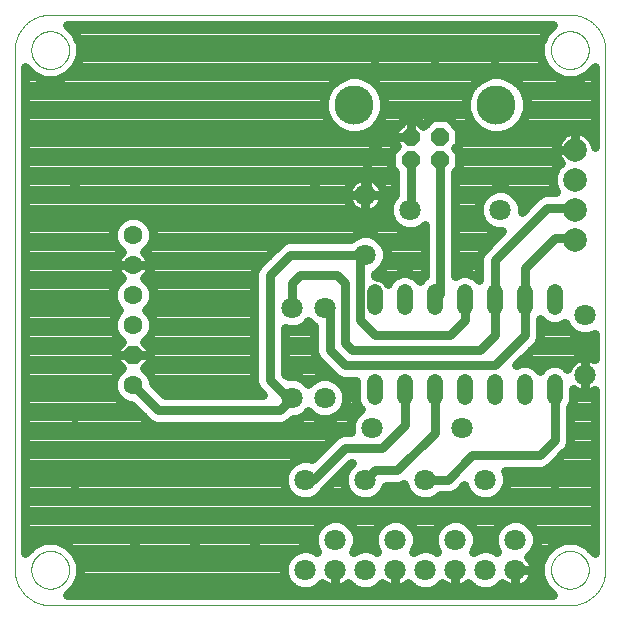
<source format=gbl>
G75*
%MOIN*%
%OFA0B0*%
%FSLAX25Y25*%
%IPPOS*%
%LPD*%
%AMOC8*
5,1,8,0,0,1.08239X$1,22.5*
%
%ADD10C,0.00000*%
%ADD11C,0.07087*%
%ADD12C,0.05200*%
%ADD13OC8,0.05740*%
%ADD14C,0.13055*%
%ADD15C,0.07874*%
%ADD16C,0.06299*%
%ADD17OC8,0.06299*%
%ADD18C,0.03150*%
%ADD19C,0.03150*%
D10*
X0005724Y0017535D02*
X0005724Y0190764D01*
X0011236Y0190764D02*
X0011238Y0190922D01*
X0011244Y0191080D01*
X0011254Y0191238D01*
X0011268Y0191396D01*
X0011286Y0191553D01*
X0011307Y0191710D01*
X0011333Y0191866D01*
X0011363Y0192022D01*
X0011396Y0192177D01*
X0011434Y0192330D01*
X0011475Y0192483D01*
X0011520Y0192635D01*
X0011569Y0192786D01*
X0011622Y0192935D01*
X0011678Y0193083D01*
X0011738Y0193229D01*
X0011802Y0193374D01*
X0011870Y0193517D01*
X0011941Y0193659D01*
X0012015Y0193799D01*
X0012093Y0193936D01*
X0012175Y0194072D01*
X0012259Y0194206D01*
X0012348Y0194337D01*
X0012439Y0194466D01*
X0012534Y0194593D01*
X0012631Y0194718D01*
X0012732Y0194840D01*
X0012836Y0194959D01*
X0012943Y0195076D01*
X0013053Y0195190D01*
X0013166Y0195301D01*
X0013281Y0195410D01*
X0013399Y0195515D01*
X0013520Y0195617D01*
X0013643Y0195717D01*
X0013769Y0195813D01*
X0013897Y0195906D01*
X0014027Y0195996D01*
X0014160Y0196082D01*
X0014295Y0196166D01*
X0014431Y0196245D01*
X0014570Y0196322D01*
X0014711Y0196394D01*
X0014853Y0196464D01*
X0014997Y0196529D01*
X0015143Y0196591D01*
X0015290Y0196649D01*
X0015439Y0196704D01*
X0015589Y0196755D01*
X0015740Y0196802D01*
X0015892Y0196845D01*
X0016045Y0196884D01*
X0016200Y0196920D01*
X0016355Y0196951D01*
X0016511Y0196979D01*
X0016667Y0197003D01*
X0016824Y0197023D01*
X0016982Y0197039D01*
X0017139Y0197051D01*
X0017298Y0197059D01*
X0017456Y0197063D01*
X0017614Y0197063D01*
X0017772Y0197059D01*
X0017931Y0197051D01*
X0018088Y0197039D01*
X0018246Y0197023D01*
X0018403Y0197003D01*
X0018559Y0196979D01*
X0018715Y0196951D01*
X0018870Y0196920D01*
X0019025Y0196884D01*
X0019178Y0196845D01*
X0019330Y0196802D01*
X0019481Y0196755D01*
X0019631Y0196704D01*
X0019780Y0196649D01*
X0019927Y0196591D01*
X0020073Y0196529D01*
X0020217Y0196464D01*
X0020359Y0196394D01*
X0020500Y0196322D01*
X0020639Y0196245D01*
X0020775Y0196166D01*
X0020910Y0196082D01*
X0021043Y0195996D01*
X0021173Y0195906D01*
X0021301Y0195813D01*
X0021427Y0195717D01*
X0021550Y0195617D01*
X0021671Y0195515D01*
X0021789Y0195410D01*
X0021904Y0195301D01*
X0022017Y0195190D01*
X0022127Y0195076D01*
X0022234Y0194959D01*
X0022338Y0194840D01*
X0022439Y0194718D01*
X0022536Y0194593D01*
X0022631Y0194466D01*
X0022722Y0194337D01*
X0022811Y0194206D01*
X0022895Y0194072D01*
X0022977Y0193936D01*
X0023055Y0193799D01*
X0023129Y0193659D01*
X0023200Y0193517D01*
X0023268Y0193374D01*
X0023332Y0193229D01*
X0023392Y0193083D01*
X0023448Y0192935D01*
X0023501Y0192786D01*
X0023550Y0192635D01*
X0023595Y0192483D01*
X0023636Y0192330D01*
X0023674Y0192177D01*
X0023707Y0192022D01*
X0023737Y0191866D01*
X0023763Y0191710D01*
X0023784Y0191553D01*
X0023802Y0191396D01*
X0023816Y0191238D01*
X0023826Y0191080D01*
X0023832Y0190922D01*
X0023834Y0190764D01*
X0023832Y0190606D01*
X0023826Y0190448D01*
X0023816Y0190290D01*
X0023802Y0190132D01*
X0023784Y0189975D01*
X0023763Y0189818D01*
X0023737Y0189662D01*
X0023707Y0189506D01*
X0023674Y0189351D01*
X0023636Y0189198D01*
X0023595Y0189045D01*
X0023550Y0188893D01*
X0023501Y0188742D01*
X0023448Y0188593D01*
X0023392Y0188445D01*
X0023332Y0188299D01*
X0023268Y0188154D01*
X0023200Y0188011D01*
X0023129Y0187869D01*
X0023055Y0187729D01*
X0022977Y0187592D01*
X0022895Y0187456D01*
X0022811Y0187322D01*
X0022722Y0187191D01*
X0022631Y0187062D01*
X0022536Y0186935D01*
X0022439Y0186810D01*
X0022338Y0186688D01*
X0022234Y0186569D01*
X0022127Y0186452D01*
X0022017Y0186338D01*
X0021904Y0186227D01*
X0021789Y0186118D01*
X0021671Y0186013D01*
X0021550Y0185911D01*
X0021427Y0185811D01*
X0021301Y0185715D01*
X0021173Y0185622D01*
X0021043Y0185532D01*
X0020910Y0185446D01*
X0020775Y0185362D01*
X0020639Y0185283D01*
X0020500Y0185206D01*
X0020359Y0185134D01*
X0020217Y0185064D01*
X0020073Y0184999D01*
X0019927Y0184937D01*
X0019780Y0184879D01*
X0019631Y0184824D01*
X0019481Y0184773D01*
X0019330Y0184726D01*
X0019178Y0184683D01*
X0019025Y0184644D01*
X0018870Y0184608D01*
X0018715Y0184577D01*
X0018559Y0184549D01*
X0018403Y0184525D01*
X0018246Y0184505D01*
X0018088Y0184489D01*
X0017931Y0184477D01*
X0017772Y0184469D01*
X0017614Y0184465D01*
X0017456Y0184465D01*
X0017298Y0184469D01*
X0017139Y0184477D01*
X0016982Y0184489D01*
X0016824Y0184505D01*
X0016667Y0184525D01*
X0016511Y0184549D01*
X0016355Y0184577D01*
X0016200Y0184608D01*
X0016045Y0184644D01*
X0015892Y0184683D01*
X0015740Y0184726D01*
X0015589Y0184773D01*
X0015439Y0184824D01*
X0015290Y0184879D01*
X0015143Y0184937D01*
X0014997Y0184999D01*
X0014853Y0185064D01*
X0014711Y0185134D01*
X0014570Y0185206D01*
X0014431Y0185283D01*
X0014295Y0185362D01*
X0014160Y0185446D01*
X0014027Y0185532D01*
X0013897Y0185622D01*
X0013769Y0185715D01*
X0013643Y0185811D01*
X0013520Y0185911D01*
X0013399Y0186013D01*
X0013281Y0186118D01*
X0013166Y0186227D01*
X0013053Y0186338D01*
X0012943Y0186452D01*
X0012836Y0186569D01*
X0012732Y0186688D01*
X0012631Y0186810D01*
X0012534Y0186935D01*
X0012439Y0187062D01*
X0012348Y0187191D01*
X0012259Y0187322D01*
X0012175Y0187456D01*
X0012093Y0187592D01*
X0012015Y0187729D01*
X0011941Y0187869D01*
X0011870Y0188011D01*
X0011802Y0188154D01*
X0011738Y0188299D01*
X0011678Y0188445D01*
X0011622Y0188593D01*
X0011569Y0188742D01*
X0011520Y0188893D01*
X0011475Y0189045D01*
X0011434Y0189198D01*
X0011396Y0189351D01*
X0011363Y0189506D01*
X0011333Y0189662D01*
X0011307Y0189818D01*
X0011286Y0189975D01*
X0011268Y0190132D01*
X0011254Y0190290D01*
X0011244Y0190448D01*
X0011238Y0190606D01*
X0011236Y0190764D01*
X0005724Y0190764D02*
X0005727Y0191049D01*
X0005738Y0191335D01*
X0005755Y0191620D01*
X0005779Y0191904D01*
X0005810Y0192188D01*
X0005848Y0192471D01*
X0005893Y0192752D01*
X0005944Y0193033D01*
X0006002Y0193313D01*
X0006067Y0193591D01*
X0006139Y0193867D01*
X0006217Y0194141D01*
X0006302Y0194414D01*
X0006394Y0194684D01*
X0006492Y0194952D01*
X0006596Y0195218D01*
X0006707Y0195481D01*
X0006824Y0195741D01*
X0006947Y0195999D01*
X0007077Y0196253D01*
X0007213Y0196504D01*
X0007354Y0196752D01*
X0007502Y0196996D01*
X0007655Y0197237D01*
X0007815Y0197473D01*
X0007980Y0197706D01*
X0008150Y0197935D01*
X0008326Y0198160D01*
X0008508Y0198380D01*
X0008694Y0198596D01*
X0008886Y0198807D01*
X0009083Y0199014D01*
X0009285Y0199216D01*
X0009492Y0199413D01*
X0009703Y0199605D01*
X0009919Y0199791D01*
X0010139Y0199973D01*
X0010364Y0200149D01*
X0010593Y0200319D01*
X0010826Y0200484D01*
X0011062Y0200644D01*
X0011303Y0200797D01*
X0011547Y0200945D01*
X0011795Y0201086D01*
X0012046Y0201222D01*
X0012300Y0201352D01*
X0012558Y0201475D01*
X0012818Y0201592D01*
X0013081Y0201703D01*
X0013347Y0201807D01*
X0013615Y0201905D01*
X0013885Y0201997D01*
X0014158Y0202082D01*
X0014432Y0202160D01*
X0014708Y0202232D01*
X0014986Y0202297D01*
X0015266Y0202355D01*
X0015547Y0202406D01*
X0015828Y0202451D01*
X0016111Y0202489D01*
X0016395Y0202520D01*
X0016679Y0202544D01*
X0016964Y0202561D01*
X0017250Y0202572D01*
X0017535Y0202575D01*
X0190764Y0202575D01*
X0184465Y0190764D02*
X0184467Y0190922D01*
X0184473Y0191080D01*
X0184483Y0191238D01*
X0184497Y0191396D01*
X0184515Y0191553D01*
X0184536Y0191710D01*
X0184562Y0191866D01*
X0184592Y0192022D01*
X0184625Y0192177D01*
X0184663Y0192330D01*
X0184704Y0192483D01*
X0184749Y0192635D01*
X0184798Y0192786D01*
X0184851Y0192935D01*
X0184907Y0193083D01*
X0184967Y0193229D01*
X0185031Y0193374D01*
X0185099Y0193517D01*
X0185170Y0193659D01*
X0185244Y0193799D01*
X0185322Y0193936D01*
X0185404Y0194072D01*
X0185488Y0194206D01*
X0185577Y0194337D01*
X0185668Y0194466D01*
X0185763Y0194593D01*
X0185860Y0194718D01*
X0185961Y0194840D01*
X0186065Y0194959D01*
X0186172Y0195076D01*
X0186282Y0195190D01*
X0186395Y0195301D01*
X0186510Y0195410D01*
X0186628Y0195515D01*
X0186749Y0195617D01*
X0186872Y0195717D01*
X0186998Y0195813D01*
X0187126Y0195906D01*
X0187256Y0195996D01*
X0187389Y0196082D01*
X0187524Y0196166D01*
X0187660Y0196245D01*
X0187799Y0196322D01*
X0187940Y0196394D01*
X0188082Y0196464D01*
X0188226Y0196529D01*
X0188372Y0196591D01*
X0188519Y0196649D01*
X0188668Y0196704D01*
X0188818Y0196755D01*
X0188969Y0196802D01*
X0189121Y0196845D01*
X0189274Y0196884D01*
X0189429Y0196920D01*
X0189584Y0196951D01*
X0189740Y0196979D01*
X0189896Y0197003D01*
X0190053Y0197023D01*
X0190211Y0197039D01*
X0190368Y0197051D01*
X0190527Y0197059D01*
X0190685Y0197063D01*
X0190843Y0197063D01*
X0191001Y0197059D01*
X0191160Y0197051D01*
X0191317Y0197039D01*
X0191475Y0197023D01*
X0191632Y0197003D01*
X0191788Y0196979D01*
X0191944Y0196951D01*
X0192099Y0196920D01*
X0192254Y0196884D01*
X0192407Y0196845D01*
X0192559Y0196802D01*
X0192710Y0196755D01*
X0192860Y0196704D01*
X0193009Y0196649D01*
X0193156Y0196591D01*
X0193302Y0196529D01*
X0193446Y0196464D01*
X0193588Y0196394D01*
X0193729Y0196322D01*
X0193868Y0196245D01*
X0194004Y0196166D01*
X0194139Y0196082D01*
X0194272Y0195996D01*
X0194402Y0195906D01*
X0194530Y0195813D01*
X0194656Y0195717D01*
X0194779Y0195617D01*
X0194900Y0195515D01*
X0195018Y0195410D01*
X0195133Y0195301D01*
X0195246Y0195190D01*
X0195356Y0195076D01*
X0195463Y0194959D01*
X0195567Y0194840D01*
X0195668Y0194718D01*
X0195765Y0194593D01*
X0195860Y0194466D01*
X0195951Y0194337D01*
X0196040Y0194206D01*
X0196124Y0194072D01*
X0196206Y0193936D01*
X0196284Y0193799D01*
X0196358Y0193659D01*
X0196429Y0193517D01*
X0196497Y0193374D01*
X0196561Y0193229D01*
X0196621Y0193083D01*
X0196677Y0192935D01*
X0196730Y0192786D01*
X0196779Y0192635D01*
X0196824Y0192483D01*
X0196865Y0192330D01*
X0196903Y0192177D01*
X0196936Y0192022D01*
X0196966Y0191866D01*
X0196992Y0191710D01*
X0197013Y0191553D01*
X0197031Y0191396D01*
X0197045Y0191238D01*
X0197055Y0191080D01*
X0197061Y0190922D01*
X0197063Y0190764D01*
X0197061Y0190606D01*
X0197055Y0190448D01*
X0197045Y0190290D01*
X0197031Y0190132D01*
X0197013Y0189975D01*
X0196992Y0189818D01*
X0196966Y0189662D01*
X0196936Y0189506D01*
X0196903Y0189351D01*
X0196865Y0189198D01*
X0196824Y0189045D01*
X0196779Y0188893D01*
X0196730Y0188742D01*
X0196677Y0188593D01*
X0196621Y0188445D01*
X0196561Y0188299D01*
X0196497Y0188154D01*
X0196429Y0188011D01*
X0196358Y0187869D01*
X0196284Y0187729D01*
X0196206Y0187592D01*
X0196124Y0187456D01*
X0196040Y0187322D01*
X0195951Y0187191D01*
X0195860Y0187062D01*
X0195765Y0186935D01*
X0195668Y0186810D01*
X0195567Y0186688D01*
X0195463Y0186569D01*
X0195356Y0186452D01*
X0195246Y0186338D01*
X0195133Y0186227D01*
X0195018Y0186118D01*
X0194900Y0186013D01*
X0194779Y0185911D01*
X0194656Y0185811D01*
X0194530Y0185715D01*
X0194402Y0185622D01*
X0194272Y0185532D01*
X0194139Y0185446D01*
X0194004Y0185362D01*
X0193868Y0185283D01*
X0193729Y0185206D01*
X0193588Y0185134D01*
X0193446Y0185064D01*
X0193302Y0184999D01*
X0193156Y0184937D01*
X0193009Y0184879D01*
X0192860Y0184824D01*
X0192710Y0184773D01*
X0192559Y0184726D01*
X0192407Y0184683D01*
X0192254Y0184644D01*
X0192099Y0184608D01*
X0191944Y0184577D01*
X0191788Y0184549D01*
X0191632Y0184525D01*
X0191475Y0184505D01*
X0191317Y0184489D01*
X0191160Y0184477D01*
X0191001Y0184469D01*
X0190843Y0184465D01*
X0190685Y0184465D01*
X0190527Y0184469D01*
X0190368Y0184477D01*
X0190211Y0184489D01*
X0190053Y0184505D01*
X0189896Y0184525D01*
X0189740Y0184549D01*
X0189584Y0184577D01*
X0189429Y0184608D01*
X0189274Y0184644D01*
X0189121Y0184683D01*
X0188969Y0184726D01*
X0188818Y0184773D01*
X0188668Y0184824D01*
X0188519Y0184879D01*
X0188372Y0184937D01*
X0188226Y0184999D01*
X0188082Y0185064D01*
X0187940Y0185134D01*
X0187799Y0185206D01*
X0187660Y0185283D01*
X0187524Y0185362D01*
X0187389Y0185446D01*
X0187256Y0185532D01*
X0187126Y0185622D01*
X0186998Y0185715D01*
X0186872Y0185811D01*
X0186749Y0185911D01*
X0186628Y0186013D01*
X0186510Y0186118D01*
X0186395Y0186227D01*
X0186282Y0186338D01*
X0186172Y0186452D01*
X0186065Y0186569D01*
X0185961Y0186688D01*
X0185860Y0186810D01*
X0185763Y0186935D01*
X0185668Y0187062D01*
X0185577Y0187191D01*
X0185488Y0187322D01*
X0185404Y0187456D01*
X0185322Y0187592D01*
X0185244Y0187729D01*
X0185170Y0187869D01*
X0185099Y0188011D01*
X0185031Y0188154D01*
X0184967Y0188299D01*
X0184907Y0188445D01*
X0184851Y0188593D01*
X0184798Y0188742D01*
X0184749Y0188893D01*
X0184704Y0189045D01*
X0184663Y0189198D01*
X0184625Y0189351D01*
X0184592Y0189506D01*
X0184562Y0189662D01*
X0184536Y0189818D01*
X0184515Y0189975D01*
X0184497Y0190132D01*
X0184483Y0190290D01*
X0184473Y0190448D01*
X0184467Y0190606D01*
X0184465Y0190764D01*
X0190764Y0202575D02*
X0191049Y0202572D01*
X0191335Y0202561D01*
X0191620Y0202544D01*
X0191904Y0202520D01*
X0192188Y0202489D01*
X0192471Y0202451D01*
X0192752Y0202406D01*
X0193033Y0202355D01*
X0193313Y0202297D01*
X0193591Y0202232D01*
X0193867Y0202160D01*
X0194141Y0202082D01*
X0194414Y0201997D01*
X0194684Y0201905D01*
X0194952Y0201807D01*
X0195218Y0201703D01*
X0195481Y0201592D01*
X0195741Y0201475D01*
X0195999Y0201352D01*
X0196253Y0201222D01*
X0196504Y0201086D01*
X0196752Y0200945D01*
X0196996Y0200797D01*
X0197237Y0200644D01*
X0197473Y0200484D01*
X0197706Y0200319D01*
X0197935Y0200149D01*
X0198160Y0199973D01*
X0198380Y0199791D01*
X0198596Y0199605D01*
X0198807Y0199413D01*
X0199014Y0199216D01*
X0199216Y0199014D01*
X0199413Y0198807D01*
X0199605Y0198596D01*
X0199791Y0198380D01*
X0199973Y0198160D01*
X0200149Y0197935D01*
X0200319Y0197706D01*
X0200484Y0197473D01*
X0200644Y0197237D01*
X0200797Y0196996D01*
X0200945Y0196752D01*
X0201086Y0196504D01*
X0201222Y0196253D01*
X0201352Y0195999D01*
X0201475Y0195741D01*
X0201592Y0195481D01*
X0201703Y0195218D01*
X0201807Y0194952D01*
X0201905Y0194684D01*
X0201997Y0194414D01*
X0202082Y0194141D01*
X0202160Y0193867D01*
X0202232Y0193591D01*
X0202297Y0193313D01*
X0202355Y0193033D01*
X0202406Y0192752D01*
X0202451Y0192471D01*
X0202489Y0192188D01*
X0202520Y0191904D01*
X0202544Y0191620D01*
X0202561Y0191335D01*
X0202572Y0191049D01*
X0202575Y0190764D01*
X0202575Y0017535D01*
X0184465Y0017535D02*
X0184467Y0017693D01*
X0184473Y0017851D01*
X0184483Y0018009D01*
X0184497Y0018167D01*
X0184515Y0018324D01*
X0184536Y0018481D01*
X0184562Y0018637D01*
X0184592Y0018793D01*
X0184625Y0018948D01*
X0184663Y0019101D01*
X0184704Y0019254D01*
X0184749Y0019406D01*
X0184798Y0019557D01*
X0184851Y0019706D01*
X0184907Y0019854D01*
X0184967Y0020000D01*
X0185031Y0020145D01*
X0185099Y0020288D01*
X0185170Y0020430D01*
X0185244Y0020570D01*
X0185322Y0020707D01*
X0185404Y0020843D01*
X0185488Y0020977D01*
X0185577Y0021108D01*
X0185668Y0021237D01*
X0185763Y0021364D01*
X0185860Y0021489D01*
X0185961Y0021611D01*
X0186065Y0021730D01*
X0186172Y0021847D01*
X0186282Y0021961D01*
X0186395Y0022072D01*
X0186510Y0022181D01*
X0186628Y0022286D01*
X0186749Y0022388D01*
X0186872Y0022488D01*
X0186998Y0022584D01*
X0187126Y0022677D01*
X0187256Y0022767D01*
X0187389Y0022853D01*
X0187524Y0022937D01*
X0187660Y0023016D01*
X0187799Y0023093D01*
X0187940Y0023165D01*
X0188082Y0023235D01*
X0188226Y0023300D01*
X0188372Y0023362D01*
X0188519Y0023420D01*
X0188668Y0023475D01*
X0188818Y0023526D01*
X0188969Y0023573D01*
X0189121Y0023616D01*
X0189274Y0023655D01*
X0189429Y0023691D01*
X0189584Y0023722D01*
X0189740Y0023750D01*
X0189896Y0023774D01*
X0190053Y0023794D01*
X0190211Y0023810D01*
X0190368Y0023822D01*
X0190527Y0023830D01*
X0190685Y0023834D01*
X0190843Y0023834D01*
X0191001Y0023830D01*
X0191160Y0023822D01*
X0191317Y0023810D01*
X0191475Y0023794D01*
X0191632Y0023774D01*
X0191788Y0023750D01*
X0191944Y0023722D01*
X0192099Y0023691D01*
X0192254Y0023655D01*
X0192407Y0023616D01*
X0192559Y0023573D01*
X0192710Y0023526D01*
X0192860Y0023475D01*
X0193009Y0023420D01*
X0193156Y0023362D01*
X0193302Y0023300D01*
X0193446Y0023235D01*
X0193588Y0023165D01*
X0193729Y0023093D01*
X0193868Y0023016D01*
X0194004Y0022937D01*
X0194139Y0022853D01*
X0194272Y0022767D01*
X0194402Y0022677D01*
X0194530Y0022584D01*
X0194656Y0022488D01*
X0194779Y0022388D01*
X0194900Y0022286D01*
X0195018Y0022181D01*
X0195133Y0022072D01*
X0195246Y0021961D01*
X0195356Y0021847D01*
X0195463Y0021730D01*
X0195567Y0021611D01*
X0195668Y0021489D01*
X0195765Y0021364D01*
X0195860Y0021237D01*
X0195951Y0021108D01*
X0196040Y0020977D01*
X0196124Y0020843D01*
X0196206Y0020707D01*
X0196284Y0020570D01*
X0196358Y0020430D01*
X0196429Y0020288D01*
X0196497Y0020145D01*
X0196561Y0020000D01*
X0196621Y0019854D01*
X0196677Y0019706D01*
X0196730Y0019557D01*
X0196779Y0019406D01*
X0196824Y0019254D01*
X0196865Y0019101D01*
X0196903Y0018948D01*
X0196936Y0018793D01*
X0196966Y0018637D01*
X0196992Y0018481D01*
X0197013Y0018324D01*
X0197031Y0018167D01*
X0197045Y0018009D01*
X0197055Y0017851D01*
X0197061Y0017693D01*
X0197063Y0017535D01*
X0197061Y0017377D01*
X0197055Y0017219D01*
X0197045Y0017061D01*
X0197031Y0016903D01*
X0197013Y0016746D01*
X0196992Y0016589D01*
X0196966Y0016433D01*
X0196936Y0016277D01*
X0196903Y0016122D01*
X0196865Y0015969D01*
X0196824Y0015816D01*
X0196779Y0015664D01*
X0196730Y0015513D01*
X0196677Y0015364D01*
X0196621Y0015216D01*
X0196561Y0015070D01*
X0196497Y0014925D01*
X0196429Y0014782D01*
X0196358Y0014640D01*
X0196284Y0014500D01*
X0196206Y0014363D01*
X0196124Y0014227D01*
X0196040Y0014093D01*
X0195951Y0013962D01*
X0195860Y0013833D01*
X0195765Y0013706D01*
X0195668Y0013581D01*
X0195567Y0013459D01*
X0195463Y0013340D01*
X0195356Y0013223D01*
X0195246Y0013109D01*
X0195133Y0012998D01*
X0195018Y0012889D01*
X0194900Y0012784D01*
X0194779Y0012682D01*
X0194656Y0012582D01*
X0194530Y0012486D01*
X0194402Y0012393D01*
X0194272Y0012303D01*
X0194139Y0012217D01*
X0194004Y0012133D01*
X0193868Y0012054D01*
X0193729Y0011977D01*
X0193588Y0011905D01*
X0193446Y0011835D01*
X0193302Y0011770D01*
X0193156Y0011708D01*
X0193009Y0011650D01*
X0192860Y0011595D01*
X0192710Y0011544D01*
X0192559Y0011497D01*
X0192407Y0011454D01*
X0192254Y0011415D01*
X0192099Y0011379D01*
X0191944Y0011348D01*
X0191788Y0011320D01*
X0191632Y0011296D01*
X0191475Y0011276D01*
X0191317Y0011260D01*
X0191160Y0011248D01*
X0191001Y0011240D01*
X0190843Y0011236D01*
X0190685Y0011236D01*
X0190527Y0011240D01*
X0190368Y0011248D01*
X0190211Y0011260D01*
X0190053Y0011276D01*
X0189896Y0011296D01*
X0189740Y0011320D01*
X0189584Y0011348D01*
X0189429Y0011379D01*
X0189274Y0011415D01*
X0189121Y0011454D01*
X0188969Y0011497D01*
X0188818Y0011544D01*
X0188668Y0011595D01*
X0188519Y0011650D01*
X0188372Y0011708D01*
X0188226Y0011770D01*
X0188082Y0011835D01*
X0187940Y0011905D01*
X0187799Y0011977D01*
X0187660Y0012054D01*
X0187524Y0012133D01*
X0187389Y0012217D01*
X0187256Y0012303D01*
X0187126Y0012393D01*
X0186998Y0012486D01*
X0186872Y0012582D01*
X0186749Y0012682D01*
X0186628Y0012784D01*
X0186510Y0012889D01*
X0186395Y0012998D01*
X0186282Y0013109D01*
X0186172Y0013223D01*
X0186065Y0013340D01*
X0185961Y0013459D01*
X0185860Y0013581D01*
X0185763Y0013706D01*
X0185668Y0013833D01*
X0185577Y0013962D01*
X0185488Y0014093D01*
X0185404Y0014227D01*
X0185322Y0014363D01*
X0185244Y0014500D01*
X0185170Y0014640D01*
X0185099Y0014782D01*
X0185031Y0014925D01*
X0184967Y0015070D01*
X0184907Y0015216D01*
X0184851Y0015364D01*
X0184798Y0015513D01*
X0184749Y0015664D01*
X0184704Y0015816D01*
X0184663Y0015969D01*
X0184625Y0016122D01*
X0184592Y0016277D01*
X0184562Y0016433D01*
X0184536Y0016589D01*
X0184515Y0016746D01*
X0184497Y0016903D01*
X0184483Y0017061D01*
X0184473Y0017219D01*
X0184467Y0017377D01*
X0184465Y0017535D01*
X0190764Y0005724D02*
X0191049Y0005727D01*
X0191335Y0005738D01*
X0191620Y0005755D01*
X0191904Y0005779D01*
X0192188Y0005810D01*
X0192471Y0005848D01*
X0192752Y0005893D01*
X0193033Y0005944D01*
X0193313Y0006002D01*
X0193591Y0006067D01*
X0193867Y0006139D01*
X0194141Y0006217D01*
X0194414Y0006302D01*
X0194684Y0006394D01*
X0194952Y0006492D01*
X0195218Y0006596D01*
X0195481Y0006707D01*
X0195741Y0006824D01*
X0195999Y0006947D01*
X0196253Y0007077D01*
X0196504Y0007213D01*
X0196752Y0007354D01*
X0196996Y0007502D01*
X0197237Y0007655D01*
X0197473Y0007815D01*
X0197706Y0007980D01*
X0197935Y0008150D01*
X0198160Y0008326D01*
X0198380Y0008508D01*
X0198596Y0008694D01*
X0198807Y0008886D01*
X0199014Y0009083D01*
X0199216Y0009285D01*
X0199413Y0009492D01*
X0199605Y0009703D01*
X0199791Y0009919D01*
X0199973Y0010139D01*
X0200149Y0010364D01*
X0200319Y0010593D01*
X0200484Y0010826D01*
X0200644Y0011062D01*
X0200797Y0011303D01*
X0200945Y0011547D01*
X0201086Y0011795D01*
X0201222Y0012046D01*
X0201352Y0012300D01*
X0201475Y0012558D01*
X0201592Y0012818D01*
X0201703Y0013081D01*
X0201807Y0013347D01*
X0201905Y0013615D01*
X0201997Y0013885D01*
X0202082Y0014158D01*
X0202160Y0014432D01*
X0202232Y0014708D01*
X0202297Y0014986D01*
X0202355Y0015266D01*
X0202406Y0015547D01*
X0202451Y0015828D01*
X0202489Y0016111D01*
X0202520Y0016395D01*
X0202544Y0016679D01*
X0202561Y0016964D01*
X0202572Y0017250D01*
X0202575Y0017535D01*
X0190764Y0005724D02*
X0017535Y0005724D01*
X0011236Y0017535D02*
X0011238Y0017693D01*
X0011244Y0017851D01*
X0011254Y0018009D01*
X0011268Y0018167D01*
X0011286Y0018324D01*
X0011307Y0018481D01*
X0011333Y0018637D01*
X0011363Y0018793D01*
X0011396Y0018948D01*
X0011434Y0019101D01*
X0011475Y0019254D01*
X0011520Y0019406D01*
X0011569Y0019557D01*
X0011622Y0019706D01*
X0011678Y0019854D01*
X0011738Y0020000D01*
X0011802Y0020145D01*
X0011870Y0020288D01*
X0011941Y0020430D01*
X0012015Y0020570D01*
X0012093Y0020707D01*
X0012175Y0020843D01*
X0012259Y0020977D01*
X0012348Y0021108D01*
X0012439Y0021237D01*
X0012534Y0021364D01*
X0012631Y0021489D01*
X0012732Y0021611D01*
X0012836Y0021730D01*
X0012943Y0021847D01*
X0013053Y0021961D01*
X0013166Y0022072D01*
X0013281Y0022181D01*
X0013399Y0022286D01*
X0013520Y0022388D01*
X0013643Y0022488D01*
X0013769Y0022584D01*
X0013897Y0022677D01*
X0014027Y0022767D01*
X0014160Y0022853D01*
X0014295Y0022937D01*
X0014431Y0023016D01*
X0014570Y0023093D01*
X0014711Y0023165D01*
X0014853Y0023235D01*
X0014997Y0023300D01*
X0015143Y0023362D01*
X0015290Y0023420D01*
X0015439Y0023475D01*
X0015589Y0023526D01*
X0015740Y0023573D01*
X0015892Y0023616D01*
X0016045Y0023655D01*
X0016200Y0023691D01*
X0016355Y0023722D01*
X0016511Y0023750D01*
X0016667Y0023774D01*
X0016824Y0023794D01*
X0016982Y0023810D01*
X0017139Y0023822D01*
X0017298Y0023830D01*
X0017456Y0023834D01*
X0017614Y0023834D01*
X0017772Y0023830D01*
X0017931Y0023822D01*
X0018088Y0023810D01*
X0018246Y0023794D01*
X0018403Y0023774D01*
X0018559Y0023750D01*
X0018715Y0023722D01*
X0018870Y0023691D01*
X0019025Y0023655D01*
X0019178Y0023616D01*
X0019330Y0023573D01*
X0019481Y0023526D01*
X0019631Y0023475D01*
X0019780Y0023420D01*
X0019927Y0023362D01*
X0020073Y0023300D01*
X0020217Y0023235D01*
X0020359Y0023165D01*
X0020500Y0023093D01*
X0020639Y0023016D01*
X0020775Y0022937D01*
X0020910Y0022853D01*
X0021043Y0022767D01*
X0021173Y0022677D01*
X0021301Y0022584D01*
X0021427Y0022488D01*
X0021550Y0022388D01*
X0021671Y0022286D01*
X0021789Y0022181D01*
X0021904Y0022072D01*
X0022017Y0021961D01*
X0022127Y0021847D01*
X0022234Y0021730D01*
X0022338Y0021611D01*
X0022439Y0021489D01*
X0022536Y0021364D01*
X0022631Y0021237D01*
X0022722Y0021108D01*
X0022811Y0020977D01*
X0022895Y0020843D01*
X0022977Y0020707D01*
X0023055Y0020570D01*
X0023129Y0020430D01*
X0023200Y0020288D01*
X0023268Y0020145D01*
X0023332Y0020000D01*
X0023392Y0019854D01*
X0023448Y0019706D01*
X0023501Y0019557D01*
X0023550Y0019406D01*
X0023595Y0019254D01*
X0023636Y0019101D01*
X0023674Y0018948D01*
X0023707Y0018793D01*
X0023737Y0018637D01*
X0023763Y0018481D01*
X0023784Y0018324D01*
X0023802Y0018167D01*
X0023816Y0018009D01*
X0023826Y0017851D01*
X0023832Y0017693D01*
X0023834Y0017535D01*
X0023832Y0017377D01*
X0023826Y0017219D01*
X0023816Y0017061D01*
X0023802Y0016903D01*
X0023784Y0016746D01*
X0023763Y0016589D01*
X0023737Y0016433D01*
X0023707Y0016277D01*
X0023674Y0016122D01*
X0023636Y0015969D01*
X0023595Y0015816D01*
X0023550Y0015664D01*
X0023501Y0015513D01*
X0023448Y0015364D01*
X0023392Y0015216D01*
X0023332Y0015070D01*
X0023268Y0014925D01*
X0023200Y0014782D01*
X0023129Y0014640D01*
X0023055Y0014500D01*
X0022977Y0014363D01*
X0022895Y0014227D01*
X0022811Y0014093D01*
X0022722Y0013962D01*
X0022631Y0013833D01*
X0022536Y0013706D01*
X0022439Y0013581D01*
X0022338Y0013459D01*
X0022234Y0013340D01*
X0022127Y0013223D01*
X0022017Y0013109D01*
X0021904Y0012998D01*
X0021789Y0012889D01*
X0021671Y0012784D01*
X0021550Y0012682D01*
X0021427Y0012582D01*
X0021301Y0012486D01*
X0021173Y0012393D01*
X0021043Y0012303D01*
X0020910Y0012217D01*
X0020775Y0012133D01*
X0020639Y0012054D01*
X0020500Y0011977D01*
X0020359Y0011905D01*
X0020217Y0011835D01*
X0020073Y0011770D01*
X0019927Y0011708D01*
X0019780Y0011650D01*
X0019631Y0011595D01*
X0019481Y0011544D01*
X0019330Y0011497D01*
X0019178Y0011454D01*
X0019025Y0011415D01*
X0018870Y0011379D01*
X0018715Y0011348D01*
X0018559Y0011320D01*
X0018403Y0011296D01*
X0018246Y0011276D01*
X0018088Y0011260D01*
X0017931Y0011248D01*
X0017772Y0011240D01*
X0017614Y0011236D01*
X0017456Y0011236D01*
X0017298Y0011240D01*
X0017139Y0011248D01*
X0016982Y0011260D01*
X0016824Y0011276D01*
X0016667Y0011296D01*
X0016511Y0011320D01*
X0016355Y0011348D01*
X0016200Y0011379D01*
X0016045Y0011415D01*
X0015892Y0011454D01*
X0015740Y0011497D01*
X0015589Y0011544D01*
X0015439Y0011595D01*
X0015290Y0011650D01*
X0015143Y0011708D01*
X0014997Y0011770D01*
X0014853Y0011835D01*
X0014711Y0011905D01*
X0014570Y0011977D01*
X0014431Y0012054D01*
X0014295Y0012133D01*
X0014160Y0012217D01*
X0014027Y0012303D01*
X0013897Y0012393D01*
X0013769Y0012486D01*
X0013643Y0012582D01*
X0013520Y0012682D01*
X0013399Y0012784D01*
X0013281Y0012889D01*
X0013166Y0012998D01*
X0013053Y0013109D01*
X0012943Y0013223D01*
X0012836Y0013340D01*
X0012732Y0013459D01*
X0012631Y0013581D01*
X0012534Y0013706D01*
X0012439Y0013833D01*
X0012348Y0013962D01*
X0012259Y0014093D01*
X0012175Y0014227D01*
X0012093Y0014363D01*
X0012015Y0014500D01*
X0011941Y0014640D01*
X0011870Y0014782D01*
X0011802Y0014925D01*
X0011738Y0015070D01*
X0011678Y0015216D01*
X0011622Y0015364D01*
X0011569Y0015513D01*
X0011520Y0015664D01*
X0011475Y0015816D01*
X0011434Y0015969D01*
X0011396Y0016122D01*
X0011363Y0016277D01*
X0011333Y0016433D01*
X0011307Y0016589D01*
X0011286Y0016746D01*
X0011268Y0016903D01*
X0011254Y0017061D01*
X0011244Y0017219D01*
X0011238Y0017377D01*
X0011236Y0017535D01*
X0005724Y0017535D02*
X0005727Y0017250D01*
X0005738Y0016964D01*
X0005755Y0016679D01*
X0005779Y0016395D01*
X0005810Y0016111D01*
X0005848Y0015828D01*
X0005893Y0015547D01*
X0005944Y0015266D01*
X0006002Y0014986D01*
X0006067Y0014708D01*
X0006139Y0014432D01*
X0006217Y0014158D01*
X0006302Y0013885D01*
X0006394Y0013615D01*
X0006492Y0013347D01*
X0006596Y0013081D01*
X0006707Y0012818D01*
X0006824Y0012558D01*
X0006947Y0012300D01*
X0007077Y0012046D01*
X0007213Y0011795D01*
X0007354Y0011547D01*
X0007502Y0011303D01*
X0007655Y0011062D01*
X0007815Y0010826D01*
X0007980Y0010593D01*
X0008150Y0010364D01*
X0008326Y0010139D01*
X0008508Y0009919D01*
X0008694Y0009703D01*
X0008886Y0009492D01*
X0009083Y0009285D01*
X0009285Y0009083D01*
X0009492Y0008886D01*
X0009703Y0008694D01*
X0009919Y0008508D01*
X0010139Y0008326D01*
X0010364Y0008150D01*
X0010593Y0007980D01*
X0010826Y0007815D01*
X0011062Y0007655D01*
X0011303Y0007502D01*
X0011547Y0007354D01*
X0011795Y0007213D01*
X0012046Y0007077D01*
X0012300Y0006947D01*
X0012558Y0006824D01*
X0012818Y0006707D01*
X0013081Y0006596D01*
X0013347Y0006492D01*
X0013615Y0006394D01*
X0013885Y0006302D01*
X0014158Y0006217D01*
X0014432Y0006139D01*
X0014708Y0006067D01*
X0014986Y0006002D01*
X0015266Y0005944D01*
X0015547Y0005893D01*
X0015828Y0005848D01*
X0016111Y0005810D01*
X0016395Y0005779D01*
X0016679Y0005755D01*
X0016964Y0005738D01*
X0017250Y0005727D01*
X0017535Y0005724D01*
D11*
X0098224Y0074937D03*
X0109012Y0074937D03*
X0124937Y0064937D03*
X0122575Y0047575D03*
X0142575Y0047575D03*
X0154937Y0064937D03*
X0162575Y0047575D03*
X0172575Y0027575D03*
X0172575Y0017575D03*
X0162575Y0017575D03*
X0152575Y0017575D03*
X0152575Y0027575D03*
X0142575Y0017575D03*
X0132575Y0017575D03*
X0132575Y0027575D03*
X0122575Y0017575D03*
X0112575Y0017575D03*
X0112575Y0027575D03*
X0102575Y0017575D03*
X0102575Y0047575D03*
X0098224Y0104937D03*
X0109012Y0104937D03*
X0122575Y0122575D03*
X0137575Y0137575D03*
X0122575Y0142575D03*
X0167575Y0137575D03*
X0195724Y0102575D03*
X0195724Y0082575D03*
D12*
X0185724Y0080175D02*
X0185724Y0074975D01*
X0175724Y0074975D02*
X0175724Y0080175D01*
X0165724Y0080175D02*
X0165724Y0074975D01*
X0155724Y0074975D02*
X0155724Y0080175D01*
X0145724Y0080175D02*
X0145724Y0074975D01*
X0135724Y0074975D02*
X0135724Y0080175D01*
X0125724Y0080175D02*
X0125724Y0074975D01*
X0125724Y0104975D02*
X0125724Y0110175D01*
X0135724Y0110175D02*
X0135724Y0104975D01*
X0145724Y0104975D02*
X0145724Y0110175D01*
X0155724Y0110175D02*
X0155724Y0104975D01*
X0165724Y0104975D02*
X0165724Y0110175D01*
X0175724Y0110175D02*
X0175724Y0104975D01*
X0185724Y0104975D02*
X0185724Y0110175D01*
D13*
X0147496Y0154031D03*
X0147496Y0161906D03*
X0137654Y0161906D03*
X0137654Y0154031D03*
D14*
X0118874Y0172575D03*
X0166276Y0172575D03*
D15*
X0192575Y0157575D03*
X0192575Y0147575D03*
X0192575Y0137575D03*
X0192575Y0127575D03*
D16*
X0045094Y0129150D03*
X0045094Y0119150D03*
X0045094Y0109150D03*
X0045094Y0099150D03*
X0045094Y0079150D03*
D17*
X0045094Y0089150D03*
D18*
X0045094Y0089150D01*
X0039370Y0089150D01*
X0039370Y0091521D01*
X0041319Y0093469D01*
X0041303Y0093476D01*
X0039421Y0095358D01*
X0038402Y0097818D01*
X0038402Y0100481D01*
X0039421Y0102941D01*
X0040629Y0104150D01*
X0039421Y0105358D01*
X0038402Y0107818D01*
X0038402Y0110481D01*
X0039421Y0112941D01*
X0041303Y0114824D01*
X0041319Y0114830D01*
X0040728Y0115420D01*
X0040199Y0116149D01*
X0039789Y0116952D01*
X0039511Y0117809D01*
X0039370Y0118699D01*
X0039370Y0119150D01*
X0045094Y0119150D01*
X0045094Y0119150D01*
X0039370Y0119150D01*
X0039370Y0119600D01*
X0039511Y0120490D01*
X0039789Y0121347D01*
X0040199Y0122150D01*
X0040728Y0122879D01*
X0041319Y0123469D01*
X0041303Y0123476D01*
X0039421Y0125358D01*
X0038402Y0127818D01*
X0038402Y0130481D01*
X0039421Y0132941D01*
X0041303Y0134824D01*
X0043763Y0135843D01*
X0046426Y0135843D01*
X0048886Y0134824D01*
X0050768Y0132941D01*
X0051787Y0130481D01*
X0051787Y0127818D01*
X0050768Y0125358D01*
X0048886Y0123476D01*
X0048870Y0123469D01*
X0049461Y0122879D01*
X0049990Y0122150D01*
X0050399Y0121347D01*
X0050678Y0120490D01*
X0050819Y0119600D01*
X0050819Y0119150D01*
X0045095Y0119150D01*
X0045095Y0119150D01*
X0050819Y0119150D01*
X0050819Y0118699D01*
X0050678Y0117809D01*
X0050399Y0116952D01*
X0049990Y0116149D01*
X0049461Y0115420D01*
X0048870Y0114830D01*
X0048886Y0114824D01*
X0050768Y0112941D01*
X0051787Y0110481D01*
X0051787Y0107818D01*
X0050768Y0105358D01*
X0049560Y0104150D01*
X0050768Y0102941D01*
X0051787Y0100481D01*
X0051787Y0097818D01*
X0050768Y0095358D01*
X0048886Y0093476D01*
X0048870Y0093469D01*
X0050819Y0091521D01*
X0050819Y0089150D01*
X0045095Y0089150D01*
X0045095Y0089150D01*
X0050819Y0089150D01*
X0050819Y0086778D01*
X0048870Y0084830D01*
X0048886Y0084824D01*
X0050768Y0082941D01*
X0051787Y0080481D01*
X0051787Y0079695D01*
X0055640Y0075843D01*
X0088368Y0075843D01*
X0086385Y0077825D01*
X0085606Y0079706D01*
X0085606Y0116742D01*
X0086385Y0118624D01*
X0087825Y0120063D01*
X0094676Y0126914D01*
X0096557Y0127693D01*
X0117671Y0127693D01*
X0118561Y0128583D01*
X0121165Y0129661D01*
X0123984Y0129661D01*
X0126589Y0128583D01*
X0128583Y0126589D01*
X0129661Y0123984D01*
X0129661Y0121165D01*
X0128583Y0118561D01*
X0126589Y0116567D01*
X0125843Y0116258D01*
X0125843Y0115350D01*
X0126132Y0115350D01*
X0126936Y0115222D01*
X0127711Y0114970D01*
X0128437Y0114601D01*
X0129096Y0114122D01*
X0129672Y0113546D01*
X0130150Y0112887D01*
X0130177Y0112835D01*
X0130516Y0113655D01*
X0132245Y0115383D01*
X0134502Y0116318D01*
X0136946Y0116318D01*
X0139204Y0115383D01*
X0140724Y0113863D01*
X0142245Y0115383D01*
X0142378Y0115438D01*
X0142378Y0132356D01*
X0141589Y0131567D01*
X0138984Y0130488D01*
X0136165Y0130488D01*
X0133561Y0131567D01*
X0131567Y0133561D01*
X0130488Y0136165D01*
X0130488Y0138984D01*
X0131567Y0141589D01*
X0132535Y0142557D01*
X0132535Y0150080D01*
X0131240Y0151375D01*
X0131240Y0156688D01*
X0133206Y0158653D01*
X0132209Y0159650D01*
X0132209Y0161905D01*
X0137653Y0161905D01*
X0137653Y0161906D01*
X0132209Y0161906D01*
X0132209Y0164161D01*
X0135398Y0167350D01*
X0137653Y0167350D01*
X0137653Y0161906D01*
X0137654Y0161906D01*
X0137654Y0167350D01*
X0139909Y0167350D01*
X0141890Y0165369D01*
X0144840Y0168319D01*
X0150153Y0168319D01*
X0153909Y0164562D01*
X0153909Y0159249D01*
X0152629Y0157968D01*
X0153909Y0156688D01*
X0153909Y0151375D01*
X0152614Y0150080D01*
X0152614Y0115536D01*
X0154502Y0116318D01*
X0156946Y0116318D01*
X0159204Y0115383D01*
X0160606Y0113981D01*
X0160606Y0121742D01*
X0161385Y0123624D01*
X0168250Y0130488D01*
X0166165Y0130488D01*
X0163561Y0131567D01*
X0161567Y0133561D01*
X0160488Y0136165D01*
X0160488Y0138984D01*
X0161567Y0141589D01*
X0163561Y0143583D01*
X0166165Y0144661D01*
X0168984Y0144661D01*
X0171589Y0143583D01*
X0173583Y0141589D01*
X0174661Y0138984D01*
X0174661Y0136899D01*
X0178885Y0141124D01*
X0180325Y0142563D01*
X0182206Y0143343D01*
X0186231Y0143343D01*
X0185094Y0146087D01*
X0185094Y0149063D01*
X0186233Y0151812D01*
X0187681Y0153260D01*
X0187668Y0153272D01*
X0187149Y0153949D01*
X0186722Y0154689D01*
X0186395Y0155477D01*
X0186174Y0156302D01*
X0186063Y0157148D01*
X0186063Y0157575D01*
X0192575Y0157575D01*
X0192575Y0157575D01*
X0192575Y0164087D01*
X0193002Y0164087D01*
X0193848Y0163975D01*
X0194672Y0163754D01*
X0195461Y0163428D01*
X0196200Y0163001D01*
X0196878Y0162481D01*
X0197481Y0161878D01*
X0198001Y0161200D01*
X0198428Y0160461D01*
X0198754Y0159672D01*
X0198975Y0158848D01*
X0199031Y0158420D01*
X0199031Y0185112D01*
X0196339Y0182420D01*
X0192722Y0180921D01*
X0188806Y0180921D01*
X0185188Y0182420D01*
X0182420Y0185188D01*
X0180921Y0188806D01*
X0180921Y0192722D01*
X0182420Y0196339D01*
X0185112Y0199031D01*
X0023187Y0199031D01*
X0025880Y0196339D01*
X0027378Y0192722D01*
X0027378Y0188806D01*
X0025880Y0185188D01*
X0023111Y0182420D01*
X0019493Y0180921D01*
X0015578Y0180921D01*
X0011960Y0182420D01*
X0009268Y0185112D01*
X0009268Y0023187D01*
X0011960Y0025880D01*
X0015578Y0027378D01*
X0019493Y0027378D01*
X0023111Y0025880D01*
X0025880Y0023111D01*
X0027378Y0019493D01*
X0027378Y0015578D01*
X0025880Y0011960D01*
X0023187Y0009268D01*
X0185112Y0009268D01*
X0182420Y0011960D01*
X0180921Y0015578D01*
X0180921Y0019493D01*
X0182420Y0023111D01*
X0185188Y0025880D01*
X0188806Y0027378D01*
X0192722Y0027378D01*
X0196339Y0025880D01*
X0199031Y0023187D01*
X0199031Y0077415D01*
X0198931Y0077342D01*
X0198073Y0076905D01*
X0197157Y0076607D01*
X0196206Y0076457D01*
X0195724Y0076457D01*
X0195724Y0082575D01*
X0195724Y0088693D01*
X0195243Y0088693D01*
X0194292Y0088542D01*
X0193376Y0088245D01*
X0192518Y0087807D01*
X0191739Y0087241D01*
X0191058Y0086560D01*
X0190492Y0085781D01*
X0190055Y0084923D01*
X0189959Y0084628D01*
X0189204Y0085383D01*
X0186946Y0086318D01*
X0184502Y0086318D01*
X0182245Y0085383D01*
X0180724Y0083863D01*
X0179204Y0085383D01*
X0176946Y0086318D01*
X0174502Y0086318D01*
X0172887Y0085649D01*
X0180063Y0092825D01*
X0180843Y0094706D01*
X0180843Y0096742D01*
X0180843Y0101169D01*
X0182245Y0099767D01*
X0184502Y0098831D01*
X0186946Y0098831D01*
X0189204Y0099767D01*
X0189213Y0099776D01*
X0189717Y0098561D01*
X0191710Y0096567D01*
X0194315Y0095488D01*
X0197134Y0095488D01*
X0199031Y0096274D01*
X0199031Y0087734D01*
X0198931Y0087807D01*
X0198073Y0088245D01*
X0197157Y0088542D01*
X0196206Y0088693D01*
X0195724Y0088693D01*
X0195724Y0082575D01*
X0195724Y0082575D01*
X0195724Y0082575D01*
X0195724Y0076457D01*
X0195243Y0076457D01*
X0194292Y0076607D01*
X0193376Y0076905D01*
X0192518Y0077342D01*
X0191868Y0077814D01*
X0191868Y0073753D01*
X0190932Y0071495D01*
X0190843Y0071405D01*
X0190843Y0059706D01*
X0190063Y0057825D01*
X0188624Y0056385D01*
X0188624Y0056385D01*
X0185063Y0052825D01*
X0185063Y0052825D01*
X0183624Y0051385D01*
X0181742Y0050606D01*
X0168990Y0050606D01*
X0169661Y0048984D01*
X0169661Y0046165D01*
X0168583Y0043561D01*
X0166589Y0041567D01*
X0163984Y0040488D01*
X0161165Y0040488D01*
X0158561Y0041567D01*
X0156567Y0043561D01*
X0155610Y0045872D01*
X0152974Y0043236D01*
X0151093Y0042457D01*
X0147479Y0042457D01*
X0146589Y0041567D01*
X0143984Y0040488D01*
X0141165Y0040488D01*
X0138561Y0041567D01*
X0136567Y0043561D01*
X0135503Y0046129D01*
X0134242Y0045606D01*
X0129430Y0045606D01*
X0128583Y0043561D01*
X0126589Y0041567D01*
X0123984Y0040488D01*
X0121165Y0040488D01*
X0118561Y0041567D01*
X0116567Y0043561D01*
X0115488Y0046165D01*
X0115488Y0048984D01*
X0116567Y0051589D01*
X0118084Y0053106D01*
X0117844Y0053106D01*
X0108783Y0044045D01*
X0108583Y0043561D01*
X0106589Y0041567D01*
X0103984Y0040488D01*
X0101165Y0040488D01*
X0098561Y0041567D01*
X0096567Y0043561D01*
X0095488Y0046165D01*
X0095488Y0048984D01*
X0096567Y0051589D01*
X0098561Y0053583D01*
X0101165Y0054661D01*
X0103984Y0054661D01*
X0104648Y0054386D01*
X0111385Y0061124D01*
X0112825Y0062563D01*
X0114706Y0063343D01*
X0117927Y0063343D01*
X0117850Y0063527D01*
X0117850Y0066347D01*
X0118929Y0068951D01*
X0120923Y0070945D01*
X0121024Y0070987D01*
X0120516Y0071495D01*
X0119581Y0073753D01*
X0119581Y0080606D01*
X0114706Y0080606D01*
X0112825Y0081385D01*
X0107825Y0086385D01*
X0106385Y0087825D01*
X0105606Y0089706D01*
X0105606Y0098677D01*
X0104998Y0098929D01*
X0103618Y0100309D01*
X0102239Y0098929D01*
X0099634Y0097850D01*
X0096815Y0097850D01*
X0095843Y0098253D01*
X0095843Y0082844D01*
X0096708Y0081979D01*
X0096815Y0082024D01*
X0099634Y0082024D01*
X0102239Y0080945D01*
X0103618Y0079565D01*
X0104998Y0080945D01*
X0107602Y0082024D01*
X0110421Y0082024D01*
X0113026Y0080945D01*
X0115020Y0078951D01*
X0116098Y0076347D01*
X0116098Y0073527D01*
X0115020Y0070923D01*
X0113026Y0068929D01*
X0110421Y0067850D01*
X0107602Y0067850D01*
X0104998Y0068929D01*
X0103618Y0070309D01*
X0102239Y0068929D01*
X0099634Y0067850D01*
X0098376Y0067850D01*
X0098351Y0067825D01*
X0098351Y0067825D01*
X0096911Y0066385D01*
X0095030Y0065606D01*
X0052502Y0065606D01*
X0050620Y0066385D01*
X0044549Y0072457D01*
X0043763Y0072457D01*
X0041303Y0073476D01*
X0039421Y0075358D01*
X0038402Y0077818D01*
X0038402Y0080481D01*
X0039421Y0082941D01*
X0041303Y0084824D01*
X0041319Y0084830D01*
X0039370Y0086778D01*
X0039370Y0089150D01*
X0045094Y0089150D01*
X0040907Y0093872D02*
X0009268Y0093872D01*
X0009268Y0090724D02*
X0039370Y0090724D01*
X0039370Y0087575D02*
X0009268Y0087575D01*
X0009268Y0084427D02*
X0040907Y0084427D01*
X0038732Y0081279D02*
X0009268Y0081279D01*
X0009268Y0078131D02*
X0038402Y0078131D01*
X0039796Y0074983D02*
X0009268Y0074983D01*
X0009268Y0071835D02*
X0045171Y0071835D01*
X0048319Y0068687D02*
X0009268Y0068687D01*
X0009268Y0065539D02*
X0117850Y0065539D01*
X0118820Y0068687D02*
X0112441Y0068687D01*
X0115397Y0071835D02*
X0120376Y0071835D01*
X0119581Y0074983D02*
X0116098Y0074983D01*
X0115359Y0078131D02*
X0119581Y0078131D01*
X0113082Y0081279D02*
X0112219Y0081279D01*
X0109783Y0084427D02*
X0095843Y0084427D01*
X0095843Y0087575D02*
X0106635Y0087575D01*
X0105606Y0090724D02*
X0095843Y0090724D01*
X0095843Y0093872D02*
X0105606Y0093872D01*
X0105606Y0097020D02*
X0095843Y0097020D01*
X0103477Y0100168D02*
X0103759Y0100168D01*
X0109012Y0104937D02*
X0110724Y0103224D01*
X0110724Y0090724D01*
X0115724Y0085724D01*
X0165724Y0085724D01*
X0175724Y0095724D01*
X0175724Y0107575D01*
X0175724Y0118224D01*
X0185724Y0128224D01*
X0191925Y0128224D01*
X0192575Y0127575D01*
X0192575Y0137575D02*
X0191925Y0138224D01*
X0183224Y0138224D01*
X0165724Y0120724D01*
X0165724Y0107575D01*
X0165724Y0095724D01*
X0160724Y0090724D01*
X0118224Y0090724D01*
X0115724Y0093224D01*
X0115724Y0113224D01*
X0113224Y0115724D01*
X0100724Y0115724D01*
X0098224Y0113224D01*
X0098224Y0104937D01*
X0090724Y0115724D02*
X0090724Y0080724D01*
X0095724Y0075724D01*
X0097437Y0075724D01*
X0098224Y0074937D01*
X0094012Y0070724D01*
X0053520Y0070724D01*
X0045094Y0079150D01*
X0051457Y0081279D02*
X0085606Y0081279D01*
X0086259Y0078131D02*
X0053351Y0078131D01*
X0049282Y0084427D02*
X0085606Y0084427D01*
X0085606Y0087575D02*
X0050819Y0087575D01*
X0050819Y0090724D02*
X0085606Y0090724D01*
X0085606Y0093872D02*
X0049282Y0093872D01*
X0051457Y0097020D02*
X0085606Y0097020D01*
X0085606Y0100168D02*
X0051787Y0100168D01*
X0050393Y0103316D02*
X0085606Y0103316D01*
X0085606Y0106464D02*
X0051226Y0106464D01*
X0051787Y0109612D02*
X0085606Y0109612D01*
X0085606Y0112760D02*
X0050843Y0112760D01*
X0049815Y0115909D02*
X0085606Y0115909D01*
X0086819Y0119057D02*
X0050819Y0119057D01*
X0049951Y0122205D02*
X0089967Y0122205D01*
X0093115Y0125353D02*
X0050763Y0125353D01*
X0051787Y0128501D02*
X0118479Y0128501D01*
X0122575Y0122575D02*
X0097575Y0122575D01*
X0090724Y0115724D01*
X0117908Y0138589D02*
X0117342Y0139368D01*
X0116905Y0140226D01*
X0116607Y0141142D01*
X0116457Y0142093D01*
X0116457Y0142575D01*
X0122575Y0142575D01*
X0122575Y0142575D01*
X0122575Y0148693D01*
X0123056Y0148693D01*
X0124007Y0148542D01*
X0124923Y0148245D01*
X0125781Y0147807D01*
X0126560Y0147241D01*
X0127241Y0146560D01*
X0127807Y0145781D01*
X0128245Y0144923D01*
X0128542Y0144007D01*
X0128693Y0143056D01*
X0128693Y0142575D01*
X0122575Y0142575D01*
X0122575Y0142575D01*
X0123224Y0143224D01*
X0123224Y0155724D01*
X0129406Y0161906D01*
X0137654Y0161906D01*
X0137653Y0163130D02*
X0137654Y0163130D01*
X0137653Y0166278D02*
X0137654Y0166278D01*
X0140981Y0166278D02*
X0142799Y0166278D01*
X0134326Y0166278D02*
X0126820Y0166278D01*
X0126933Y0166391D02*
X0128259Y0168688D01*
X0128945Y0171249D01*
X0128945Y0173901D01*
X0128259Y0176462D01*
X0126933Y0178758D01*
X0125058Y0180633D01*
X0122761Y0181959D01*
X0120200Y0182646D01*
X0117548Y0182646D01*
X0114987Y0181959D01*
X0112690Y0180633D01*
X0110815Y0178758D01*
X0109489Y0176462D01*
X0108803Y0173901D01*
X0108803Y0171249D01*
X0109489Y0168688D01*
X0110815Y0166391D01*
X0112690Y0164516D01*
X0114987Y0163190D01*
X0117548Y0162504D01*
X0120200Y0162504D01*
X0122761Y0163190D01*
X0125058Y0164516D01*
X0126933Y0166391D01*
X0128457Y0169427D02*
X0156693Y0169427D01*
X0156891Y0168688D02*
X0158217Y0166391D01*
X0160092Y0164516D01*
X0162388Y0163190D01*
X0164950Y0162504D01*
X0167601Y0162504D01*
X0170163Y0163190D01*
X0172459Y0164516D01*
X0174334Y0166391D01*
X0175660Y0168688D01*
X0176346Y0171249D01*
X0176346Y0173901D01*
X0175660Y0176462D01*
X0174334Y0178758D01*
X0172459Y0180633D01*
X0170163Y0181959D01*
X0167601Y0182646D01*
X0164950Y0182646D01*
X0162388Y0181959D01*
X0160092Y0180633D01*
X0158217Y0178758D01*
X0156891Y0176462D01*
X0156205Y0173901D01*
X0156205Y0171249D01*
X0156891Y0168688D01*
X0158330Y0166278D02*
X0152193Y0166278D01*
X0153909Y0163130D02*
X0162612Y0163130D01*
X0169939Y0163130D02*
X0189174Y0163130D01*
X0188949Y0163001D02*
X0189689Y0163428D01*
X0190477Y0163754D01*
X0191302Y0163975D01*
X0192148Y0164087D01*
X0192575Y0164087D01*
X0192575Y0157575D01*
X0192575Y0157575D01*
X0186063Y0157575D01*
X0186063Y0158002D01*
X0186174Y0158848D01*
X0186395Y0159672D01*
X0186722Y0160461D01*
X0187149Y0161200D01*
X0187668Y0161878D01*
X0188272Y0162481D01*
X0188949Y0163001D01*
X0192575Y0163130D02*
X0192575Y0163130D01*
X0192575Y0159982D02*
X0192575Y0159982D01*
X0195976Y0163130D02*
X0199031Y0163130D01*
X0199031Y0166278D02*
X0174222Y0166278D01*
X0175858Y0169427D02*
X0199031Y0169427D01*
X0199031Y0172575D02*
X0176346Y0172575D01*
X0175858Y0175723D02*
X0199031Y0175723D01*
X0199031Y0178871D02*
X0174222Y0178871D01*
X0169940Y0182019D02*
X0186156Y0182019D01*
X0182441Y0185167D02*
X0025858Y0185167D01*
X0027175Y0188315D02*
X0181125Y0188315D01*
X0180921Y0191463D02*
X0027378Y0191463D01*
X0026595Y0194611D02*
X0181704Y0194611D01*
X0183840Y0197760D02*
X0024459Y0197760D01*
X0022143Y0182019D02*
X0115209Y0182019D01*
X0110928Y0178871D02*
X0009268Y0178871D01*
X0009268Y0175723D02*
X0109291Y0175723D01*
X0108803Y0172575D02*
X0009268Y0172575D01*
X0009268Y0169427D02*
X0109291Y0169427D01*
X0110928Y0166278D02*
X0009268Y0166278D01*
X0009268Y0163130D02*
X0115211Y0163130D01*
X0122537Y0163130D02*
X0132209Y0163130D01*
X0132209Y0159982D02*
X0009268Y0159982D01*
X0009268Y0156834D02*
X0131386Y0156834D01*
X0131240Y0153686D02*
X0009268Y0153686D01*
X0009268Y0150538D02*
X0132077Y0150538D01*
X0132535Y0147390D02*
X0126356Y0147390D01*
X0128466Y0144242D02*
X0132535Y0144242D01*
X0131362Y0141093D02*
X0128526Y0141093D01*
X0128542Y0141142D02*
X0128693Y0142093D01*
X0128693Y0142575D01*
X0122575Y0142575D01*
X0122575Y0148693D01*
X0122093Y0148693D01*
X0121142Y0148542D01*
X0120226Y0148245D01*
X0119368Y0147807D01*
X0118589Y0147241D01*
X0117908Y0146560D01*
X0117342Y0145781D01*
X0116905Y0144923D01*
X0116607Y0144007D01*
X0116457Y0143056D01*
X0116457Y0142575D01*
X0122575Y0142575D01*
X0122575Y0142575D01*
X0122575Y0136457D01*
X0123056Y0136457D01*
X0124007Y0136607D01*
X0124923Y0136905D01*
X0125781Y0137342D01*
X0126560Y0137908D01*
X0127241Y0138589D01*
X0127807Y0139368D01*
X0128245Y0140226D01*
X0128542Y0141142D01*
X0126598Y0137945D02*
X0130488Y0137945D01*
X0131055Y0134797D02*
X0048912Y0134797D01*
X0051304Y0131649D02*
X0133479Y0131649D01*
X0137575Y0137575D02*
X0137654Y0137654D01*
X0137654Y0154031D01*
X0147496Y0154031D02*
X0147496Y0109346D01*
X0145724Y0107575D01*
X0142378Y0115909D02*
X0137935Y0115909D01*
X0133514Y0115909D02*
X0125843Y0115909D01*
X0128788Y0119057D02*
X0142378Y0119057D01*
X0142378Y0122205D02*
X0129661Y0122205D01*
X0129095Y0125353D02*
X0142378Y0125353D01*
X0142378Y0128501D02*
X0126671Y0128501D01*
X0122575Y0122575D02*
X0120724Y0120724D01*
X0120724Y0100724D01*
X0125724Y0095724D01*
X0150724Y0095724D01*
X0155724Y0100724D01*
X0155724Y0107575D01*
X0153514Y0115909D02*
X0152614Y0115909D01*
X0152614Y0119057D02*
X0160606Y0119057D01*
X0160606Y0115909D02*
X0157935Y0115909D01*
X0160798Y0122205D02*
X0152614Y0122205D01*
X0152614Y0125353D02*
X0163115Y0125353D01*
X0166263Y0128501D02*
X0152614Y0128501D01*
X0152614Y0131649D02*
X0163479Y0131649D01*
X0161055Y0134797D02*
X0152614Y0134797D01*
X0152614Y0137945D02*
X0160488Y0137945D01*
X0161362Y0141093D02*
X0152614Y0141093D01*
X0152614Y0144242D02*
X0165152Y0144242D01*
X0169998Y0144242D02*
X0185859Y0144242D01*
X0185094Y0147390D02*
X0152614Y0147390D01*
X0153072Y0150538D02*
X0185705Y0150538D01*
X0187351Y0153686D02*
X0153909Y0153686D01*
X0153763Y0156834D02*
X0186104Y0156834D01*
X0186524Y0159982D02*
X0153909Y0159982D01*
X0156205Y0172575D02*
X0128945Y0172575D01*
X0128457Y0175723D02*
X0156693Y0175723D01*
X0158329Y0178871D02*
X0126820Y0178871D01*
X0122539Y0182019D02*
X0162611Y0182019D01*
X0195372Y0182019D02*
X0199031Y0182019D01*
X0199031Y0159982D02*
X0198626Y0159982D01*
X0178855Y0141093D02*
X0173788Y0141093D01*
X0174661Y0137945D02*
X0175707Y0137945D01*
X0142378Y0131649D02*
X0141671Y0131649D01*
X0122575Y0136457D02*
X0122575Y0142575D01*
X0122575Y0142575D01*
X0122575Y0141093D02*
X0122575Y0141093D01*
X0122575Y0137945D02*
X0122575Y0137945D01*
X0122575Y0136457D02*
X0122093Y0136457D01*
X0121142Y0136607D01*
X0120226Y0136905D01*
X0119368Y0137342D01*
X0118589Y0137908D01*
X0117908Y0138589D01*
X0118552Y0137945D02*
X0009268Y0137945D01*
X0009268Y0141093D02*
X0116623Y0141093D01*
X0116683Y0144242D02*
X0009268Y0144242D01*
X0009268Y0147390D02*
X0118793Y0147390D01*
X0122575Y0147390D02*
X0122575Y0147390D01*
X0122575Y0144242D02*
X0122575Y0144242D01*
X0177962Y0090724D02*
X0199031Y0090724D01*
X0199031Y0093872D02*
X0180497Y0093872D01*
X0180843Y0097020D02*
X0191257Y0097020D01*
X0192198Y0087575D02*
X0174814Y0087575D01*
X0180160Y0084427D02*
X0181289Y0084427D01*
X0185724Y0077575D02*
X0185724Y0060724D01*
X0180724Y0055724D01*
X0158224Y0055724D01*
X0150075Y0047575D01*
X0142575Y0047575D01*
X0136626Y0043502D02*
X0128524Y0043502D01*
X0122575Y0047575D02*
X0125724Y0050724D01*
X0133224Y0050724D01*
X0145724Y0063224D01*
X0145724Y0077575D01*
X0135724Y0077575D02*
X0135724Y0065724D01*
X0128224Y0058224D01*
X0115724Y0058224D01*
X0105075Y0047575D01*
X0102575Y0047575D01*
X0097924Y0052946D02*
X0009268Y0052946D01*
X0009268Y0049798D02*
X0095825Y0049798D01*
X0095488Y0046650D02*
X0009268Y0046650D01*
X0009268Y0043502D02*
X0096626Y0043502D01*
X0108524Y0043502D02*
X0116626Y0043502D01*
X0115488Y0046650D02*
X0111388Y0046650D01*
X0114536Y0049798D02*
X0115825Y0049798D01*
X0117684Y0052946D02*
X0117924Y0052946D01*
X0109504Y0059242D02*
X0009268Y0059242D01*
X0009268Y0056094D02*
X0106356Y0056094D01*
X0112652Y0062391D02*
X0009268Y0062391D01*
X0009268Y0040354D02*
X0199031Y0040354D01*
X0199031Y0037206D02*
X0009268Y0037206D01*
X0009268Y0034057D02*
X0109707Y0034057D01*
X0108561Y0033583D02*
X0111165Y0034661D01*
X0113984Y0034661D01*
X0116589Y0033583D01*
X0118583Y0031589D01*
X0119661Y0028984D01*
X0119661Y0026165D01*
X0118598Y0023598D01*
X0121165Y0024661D01*
X0123984Y0024661D01*
X0126552Y0023598D01*
X0125488Y0026165D01*
X0125488Y0028984D01*
X0126567Y0031589D01*
X0128561Y0033583D01*
X0131165Y0034661D01*
X0133984Y0034661D01*
X0136589Y0033583D01*
X0138583Y0031589D01*
X0139661Y0028984D01*
X0139661Y0026165D01*
X0138598Y0023598D01*
X0141165Y0024661D01*
X0143984Y0024661D01*
X0146552Y0023598D01*
X0145488Y0026165D01*
X0145488Y0028984D01*
X0146567Y0031589D01*
X0148561Y0033583D01*
X0151165Y0034661D01*
X0153984Y0034661D01*
X0156589Y0033583D01*
X0158583Y0031589D01*
X0159661Y0028984D01*
X0159661Y0026165D01*
X0158598Y0023598D01*
X0161165Y0024661D01*
X0163984Y0024661D01*
X0166552Y0023598D01*
X0165488Y0026165D01*
X0165488Y0028984D01*
X0166567Y0031589D01*
X0168561Y0033583D01*
X0171165Y0034661D01*
X0173984Y0034661D01*
X0176589Y0033583D01*
X0178583Y0031589D01*
X0179661Y0028984D01*
X0179661Y0026165D01*
X0178583Y0023561D01*
X0176912Y0021890D01*
X0177241Y0021560D01*
X0177807Y0020781D01*
X0178245Y0019923D01*
X0178542Y0019007D01*
X0178693Y0018056D01*
X0178693Y0017575D01*
X0172575Y0017575D01*
X0172575Y0017575D01*
X0178693Y0017575D01*
X0178693Y0017093D01*
X0178542Y0016142D01*
X0178245Y0015226D01*
X0177807Y0014368D01*
X0177241Y0013589D01*
X0176560Y0012908D01*
X0175781Y0012342D01*
X0174923Y0011905D01*
X0174007Y0011607D01*
X0173056Y0011457D01*
X0172575Y0011457D01*
X0172575Y0017575D01*
X0172575Y0017575D01*
X0172575Y0011457D01*
X0172093Y0011457D01*
X0171142Y0011607D01*
X0170226Y0011905D01*
X0169368Y0012342D01*
X0168589Y0012908D01*
X0168260Y0013238D01*
X0166589Y0011567D01*
X0163984Y0010488D01*
X0161165Y0010488D01*
X0158561Y0011567D01*
X0156890Y0013238D01*
X0156560Y0012908D01*
X0155781Y0012342D01*
X0154923Y0011905D01*
X0154007Y0011607D01*
X0153056Y0011457D01*
X0152575Y0011457D01*
X0152575Y0017575D01*
X0152575Y0017575D01*
X0152575Y0011457D01*
X0152093Y0011457D01*
X0151142Y0011607D01*
X0150226Y0011905D01*
X0149368Y0012342D01*
X0148589Y0012908D01*
X0148260Y0013238D01*
X0146589Y0011567D01*
X0143984Y0010488D01*
X0141165Y0010488D01*
X0138561Y0011567D01*
X0136890Y0013238D01*
X0136560Y0012908D01*
X0135781Y0012342D01*
X0134923Y0011905D01*
X0134007Y0011607D01*
X0133056Y0011457D01*
X0132575Y0011457D01*
X0132575Y0017575D01*
X0132575Y0017575D01*
X0132575Y0011457D01*
X0132093Y0011457D01*
X0131142Y0011607D01*
X0130226Y0011905D01*
X0129368Y0012342D01*
X0128589Y0012908D01*
X0128260Y0013238D01*
X0126589Y0011567D01*
X0123984Y0010488D01*
X0121165Y0010488D01*
X0118561Y0011567D01*
X0116890Y0013238D01*
X0116560Y0012908D01*
X0115781Y0012342D01*
X0114923Y0011905D01*
X0114007Y0011607D01*
X0113056Y0011457D01*
X0112575Y0011457D01*
X0112575Y0017575D01*
X0112575Y0017575D01*
X0112575Y0011457D01*
X0112093Y0011457D01*
X0111142Y0011607D01*
X0110226Y0011905D01*
X0109368Y0012342D01*
X0108589Y0012908D01*
X0108260Y0013238D01*
X0106589Y0011567D01*
X0103984Y0010488D01*
X0101165Y0010488D01*
X0098561Y0011567D01*
X0096567Y0013561D01*
X0095488Y0016165D01*
X0095488Y0018984D01*
X0096567Y0021589D01*
X0098561Y0023583D01*
X0101165Y0024661D01*
X0103984Y0024661D01*
X0106552Y0023598D01*
X0105488Y0026165D01*
X0105488Y0028984D01*
X0106567Y0031589D01*
X0108561Y0033583D01*
X0106286Y0030909D02*
X0009268Y0030909D01*
X0009268Y0027761D02*
X0105488Y0027761D01*
X0106131Y0024613D02*
X0104101Y0024613D01*
X0101049Y0024613D02*
X0024377Y0024613D01*
X0026561Y0021465D02*
X0096516Y0021465D01*
X0095488Y0018317D02*
X0027378Y0018317D01*
X0027209Y0015169D02*
X0095901Y0015169D01*
X0098107Y0012021D02*
X0025905Y0012021D01*
X0010694Y0024613D02*
X0009268Y0024613D01*
X0009268Y0097020D02*
X0038732Y0097020D01*
X0038402Y0100168D02*
X0009268Y0100168D01*
X0009268Y0103316D02*
X0039796Y0103316D01*
X0038962Y0106464D02*
X0009268Y0106464D01*
X0009268Y0109612D02*
X0038402Y0109612D01*
X0039346Y0112760D02*
X0009268Y0112760D01*
X0009268Y0115909D02*
X0040373Y0115909D01*
X0039370Y0119057D02*
X0009268Y0119057D01*
X0009268Y0122205D02*
X0040238Y0122205D01*
X0039426Y0125353D02*
X0009268Y0125353D01*
X0009268Y0128501D02*
X0038402Y0128501D01*
X0038885Y0131649D02*
X0009268Y0131649D01*
X0009268Y0134797D02*
X0041277Y0134797D01*
X0012927Y0182019D02*
X0009268Y0182019D01*
X0101431Y0081279D02*
X0105805Y0081279D01*
X0105583Y0068687D02*
X0101653Y0068687D01*
X0115442Y0034057D02*
X0129707Y0034057D01*
X0126286Y0030909D02*
X0118864Y0030909D01*
X0119661Y0027761D02*
X0125488Y0027761D01*
X0126131Y0024613D02*
X0124101Y0024613D01*
X0121049Y0024613D02*
X0119019Y0024613D01*
X0112575Y0015169D02*
X0112575Y0015169D01*
X0112575Y0012021D02*
X0112575Y0012021D01*
X0115150Y0012021D02*
X0118107Y0012021D01*
X0109999Y0012021D02*
X0107043Y0012021D01*
X0127043Y0012021D02*
X0129999Y0012021D01*
X0132575Y0012021D02*
X0132575Y0012021D01*
X0135150Y0012021D02*
X0138107Y0012021D01*
X0132575Y0015169D02*
X0132575Y0015169D01*
X0139019Y0024613D02*
X0141049Y0024613D01*
X0144101Y0024613D02*
X0146131Y0024613D01*
X0145488Y0027761D02*
X0139661Y0027761D01*
X0138864Y0030909D02*
X0146286Y0030909D01*
X0149707Y0034057D02*
X0135442Y0034057D01*
X0153240Y0043502D02*
X0156626Y0043502D01*
X0155442Y0034057D02*
X0169707Y0034057D01*
X0166286Y0030909D02*
X0158864Y0030909D01*
X0159661Y0027761D02*
X0165488Y0027761D01*
X0166131Y0024613D02*
X0164101Y0024613D01*
X0161049Y0024613D02*
X0159019Y0024613D01*
X0152575Y0015169D02*
X0152575Y0015169D01*
X0152575Y0012021D02*
X0152575Y0012021D01*
X0155150Y0012021D02*
X0158107Y0012021D01*
X0149999Y0012021D02*
X0147043Y0012021D01*
X0167043Y0012021D02*
X0169999Y0012021D01*
X0172575Y0012021D02*
X0172575Y0012021D01*
X0175150Y0012021D02*
X0182395Y0012021D01*
X0181091Y0015169D02*
X0178215Y0015169D01*
X0178652Y0018317D02*
X0180921Y0018317D01*
X0181738Y0021465D02*
X0177311Y0021465D01*
X0179019Y0024613D02*
X0183922Y0024613D01*
X0179661Y0027761D02*
X0199031Y0027761D01*
X0199031Y0024613D02*
X0197605Y0024613D01*
X0199031Y0030909D02*
X0178864Y0030909D01*
X0175442Y0034057D02*
X0199031Y0034057D01*
X0199031Y0043502D02*
X0168524Y0043502D01*
X0169661Y0046650D02*
X0199031Y0046650D01*
X0199031Y0049798D02*
X0169324Y0049798D01*
X0185184Y0052946D02*
X0199031Y0052946D01*
X0199031Y0056094D02*
X0188332Y0056094D01*
X0190650Y0059242D02*
X0199031Y0059242D01*
X0199031Y0062391D02*
X0190843Y0062391D01*
X0190843Y0065539D02*
X0199031Y0065539D01*
X0199031Y0068687D02*
X0190843Y0068687D01*
X0191073Y0071835D02*
X0199031Y0071835D01*
X0199031Y0074983D02*
X0191868Y0074983D01*
X0195724Y0078131D02*
X0195724Y0078131D01*
X0195724Y0081279D02*
X0195724Y0081279D01*
X0195724Y0084427D02*
X0195724Y0084427D01*
X0195724Y0087575D02*
X0195724Y0087575D01*
X0181843Y0100168D02*
X0180843Y0100168D01*
X0172575Y0015169D02*
X0172575Y0015169D01*
D19*
X0185724Y0045724D03*
X0105724Y0145724D03*
X0085724Y0165724D03*
X0065724Y0165724D03*
X0045724Y0165724D03*
X0025724Y0165724D03*
X0025724Y0145724D03*
X0025724Y0105724D03*
X0025724Y0085724D03*
X0025724Y0065724D03*
X0025724Y0045724D03*
X0045724Y0025724D03*
X0065724Y0025724D03*
X0085724Y0025724D03*
X0185724Y0165724D03*
X0165724Y0185724D03*
X0145724Y0185724D03*
X0125724Y0185724D03*
M02*

</source>
